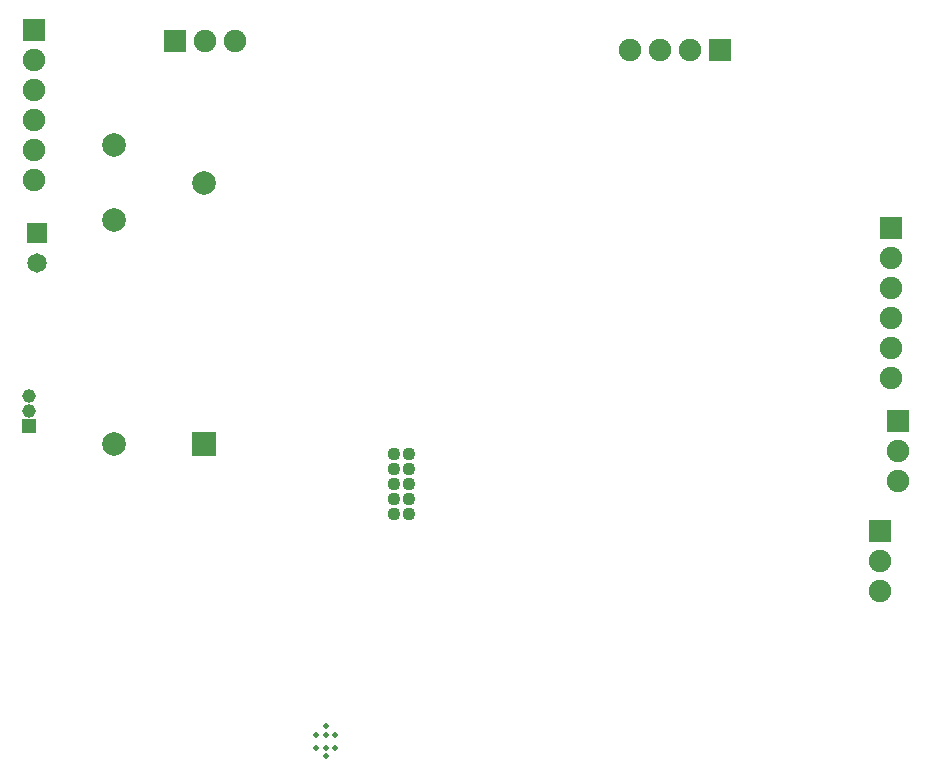
<source format=gbs>
G04*
G04 #@! TF.GenerationSoftware,Altium Limited,Altium Designer,21.1.1 (26)*
G04*
G04 Layer_Color=16711935*
%FSLAX25Y25*%
%MOIN*%
G70*
G04*
G04 #@! TF.SameCoordinates,C68D4824-2329-4DC3-A8B2-0020690D2EBA*
G04*
G04*
G04 #@! TF.FilePolarity,Negative*
G04*
G01*
G75*
%ADD27R,0.07874X0.07874*%
%ADD93C,0.04534*%
%ADD94R,0.07487X0.07487*%
%ADD95C,0.07487*%
%ADD96C,0.04360*%
%ADD97R,0.07487X0.07487*%
%ADD98C,0.07874*%
%ADD99C,0.06502*%
%ADD100R,0.06502X0.06502*%
%ADD101R,0.04534X0.04534*%
%ADD102C,0.02000*%
D27*
X70394Y-145866D02*
D03*
D93*
X12205Y-130039D02*
D03*
Y-135039D02*
D03*
D94*
X301969Y-138425D02*
D03*
X299606Y-74094D02*
D03*
X296000Y-174900D02*
D03*
X13780Y-7874D02*
D03*
D95*
X301969Y-148425D02*
D03*
Y-158425D02*
D03*
X299606Y-94095D02*
D03*
Y-84095D02*
D03*
Y-104095D02*
D03*
Y-114094D02*
D03*
Y-124094D02*
D03*
X296000Y-194900D02*
D03*
Y-184900D02*
D03*
X70866Y-11811D02*
D03*
X80866D02*
D03*
X212400Y-14750D02*
D03*
X222400D02*
D03*
X232400D02*
D03*
X13780Y-57874D02*
D03*
Y-47874D02*
D03*
Y-37874D02*
D03*
Y-17874D02*
D03*
Y-27874D02*
D03*
D96*
X133795Y-149380D02*
D03*
X138795D02*
D03*
Y-159380D02*
D03*
Y-154380D02*
D03*
X133795Y-159380D02*
D03*
Y-154380D02*
D03*
Y-164380D02*
D03*
Y-169380D02*
D03*
X138795Y-164380D02*
D03*
Y-169380D02*
D03*
D97*
X60866Y-11811D02*
D03*
X242400Y-14750D02*
D03*
D98*
X40630Y-71457D02*
D03*
Y-46260D02*
D03*
X70394Y-58858D02*
D03*
X40630Y-145866D02*
D03*
D99*
X14961Y-85827D02*
D03*
D100*
Y-75827D02*
D03*
D101*
X12205Y-140039D02*
D03*
D102*
X111074Y-250151D02*
D03*
X114125Y-247198D02*
D03*
X111074D02*
D03*
X108023D02*
D03*
X114125Y-243064D02*
D03*
X111074D02*
D03*
X108023D02*
D03*
X111074Y-240111D02*
D03*
M02*

</source>
